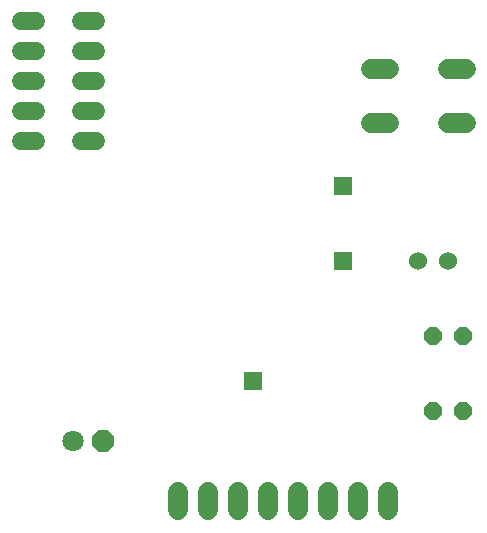
<source format=gbs>
G75*
%MOIN*%
%OFA0B0*%
%FSLAX25Y25*%
%IPPOS*%
%LPD*%
%AMOC8*
5,1,8,0,0,1.08239X$1,22.5*
%
%ADD10OC8,0.06000*%
%ADD11OC8,0.07100*%
%ADD12C,0.07100*%
%ADD13C,0.06000*%
%ADD14C,0.06000*%
%ADD15C,0.06800*%
%ADD16R,0.06115X0.06115*%
D10*
X0251000Y0156000D03*
X0261000Y0156000D03*
X0261000Y0181000D03*
X0251000Y0181000D03*
D11*
X0141000Y0146000D03*
D12*
X0131000Y0146000D03*
D13*
X0133400Y0246000D02*
X0138600Y0246000D01*
X0138600Y0256000D02*
X0133400Y0256000D01*
X0133400Y0266000D02*
X0138600Y0266000D01*
X0138600Y0276000D02*
X0133400Y0276000D01*
X0133400Y0286000D02*
X0138600Y0286000D01*
X0118600Y0286000D02*
X0113400Y0286000D01*
X0113400Y0276000D02*
X0118600Y0276000D01*
X0118600Y0266000D02*
X0113400Y0266000D01*
X0113400Y0256000D02*
X0118600Y0256000D01*
X0118600Y0246000D02*
X0113400Y0246000D01*
D14*
X0246000Y0206000D03*
X0256000Y0206000D03*
D15*
X0166000Y0129000D02*
X0166000Y0123000D01*
X0176000Y0123000D02*
X0176000Y0129000D01*
X0186000Y0129000D02*
X0186000Y0123000D01*
X0196000Y0123000D02*
X0196000Y0129000D01*
X0206000Y0129000D02*
X0206000Y0123000D01*
X0216000Y0123000D02*
X0216000Y0129000D01*
X0226000Y0129000D02*
X0226000Y0123000D01*
X0236000Y0123000D02*
X0236000Y0129000D01*
X0236200Y0252100D02*
X0230200Y0252100D01*
X0230200Y0269900D02*
X0236200Y0269900D01*
X0255800Y0269900D02*
X0261800Y0269900D01*
X0261800Y0252100D02*
X0255800Y0252100D01*
D16*
X0221000Y0231000D03*
X0221000Y0206000D03*
X0191000Y0166000D03*
M02*

</source>
